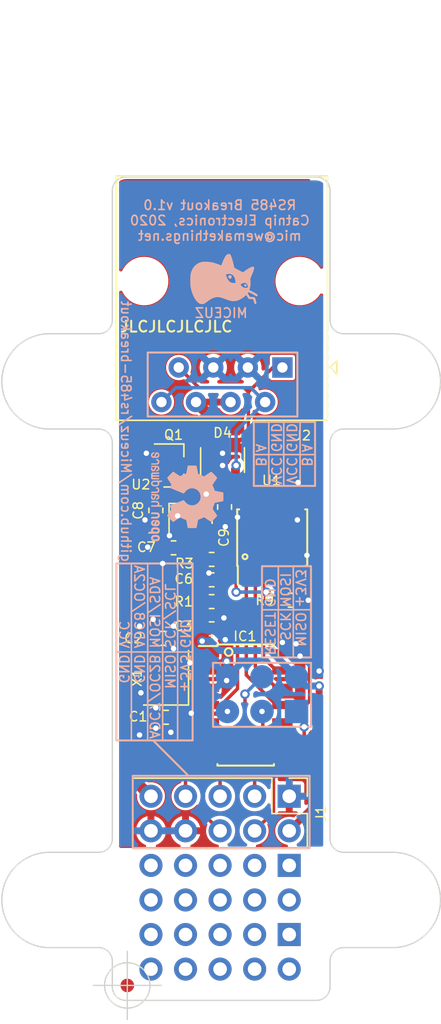
<source format=kicad_pcb>
(kicad_pcb (version 20200628) (host pcbnew "5.99.0-unknown-9a801d8~89~ubuntu20.04.1")
  (title_block (title "RS485 breakout board") (date "2020-03-22") (rev "v1.0") (company "Albertas Mickėnas") (comment 1 "mic@wemakethings.net"))
  (layers (0 "F.Cu" signal) (31 "B.Cu" signal) (34 "B.Paste" user) (35 "F.Paste" user) (36 "B.SilkS" user) (37 "F.SilkS" user) (38 "B.Mask" user) (39 "F.Mask" user) (44 "Edge.Cuts" user))
  (net 0 "")
  (net 1 "Net-(C1-Pad1)")
  (net 2 "GND")
  (net 3 "Net-(C2-Pad1)")
  (net 4 "VCC")
  (net 5 "/RESET")
  (net 6 "+3V3")
  (net 7 "Net-(C8-Pad1)")
  (net 8 "/RS485B")
  (net 9 "/RS485A")
  (net 10 "/RX")
  (net 11 "/TX")
  (net 12 "/ADC8{slash}OC2A")
  (net 13 "/ADC7{slash}OC2B")
  (net 14 "/MOSI{slash}SDA")
  (net 15 "/MISO")
  (net 16 "/SCK{slash}SCL")
  (net 17 "/RS485_DRIVER_ENABLE")
  (net 18 "/~RS485_READER_ENABLE")
  (net 19 "Net-(J3-Pad1)")
  (net 20 "Net-(J3-Pad2)")
  (net 21 "Net-(J3-Pad3)")
  (net 22 "Net-(J3-Pad4)")
  (net 23 "Net-(J3-Pad5)")
  (net 24 "Net-(J3-Pad6)")
  (net 25 "Net-(J3-Pad7)")
  (net 26 "Net-(J3-Pad8)")
  (net 27 "Net-(J3-Pad9)")
  (net 28 "Net-(J3-Pad10)")
  (net 29 "Net-(J4-Pad1)")
  (net 30 "Net-(J4-Pad2)")
  (net 31 "Net-(J4-Pad3)")
  (net 32 "Net-(J4-Pad4)")
  (net 33 "Net-(J4-Pad5)")
  (net 34 "Net-(J4-Pad6)")
  (net 35 "Net-(J4-Pad7)")
  (net 36 "Net-(J4-Pad8)")
  (net 37 "Net-(J4-Pad9)")
  (net 38 "Net-(J4-Pad10)")
  (module "Resistor_SMD:R_0603_1608Metric" (layer "F.Cu") (at 92.8 80.2 180)
    (fp_text reference "R1" (at 2.05 0 180) (layer "F.SilkS") (effects (font (size 0.7 0.7) (thickness 0.11))))
    (fp_text value "10k")
    (pad "2" smd roundrect (at 0.7875 0 180) (size 0.875 0.95) (layers "F.Cu" "F.Paste" "F.Mask") (net 6 "+3V3"))
    (pad "1" smd roundrect (at -0.7875 0 180) (size 0.875 0.95) (layers "F.Cu" "F.Paste" "F.Mask") (net 5 "/RESET"))
  )
  (module "Resistor_SMD:R_0603_1608Metric" (layer "F.Cu") (at 92.8 77.1)
    (fp_text reference "R3" (at -2 0.3) (layer "F.SilkS") (effects (font (size 0.7 0.7) (thickness 0.11))))
    (fp_text value "10k")
    (pad "2" smd roundrect (at 0.7875 0) (size 0.875 0.95) (layers "F.Cu" "F.Paste" "F.Mask") (net 18 "/~RS485_READER_ENABLE"))
    (pad "1" smd roundrect (at -0.7875 0) (size 0.875 0.95) (layers "F.Cu" "F.Paste" "F.Mask") (net 6 "+3V3"))
  )
  (module "Resistor_SMD:R_0603_1608Metric" (layer "F.Cu") (at 98.6 80.1)
    (fp_text reference "R9" (at -1.9 0) (layer "F.SilkS") (effects (font (size 0.7 0.7) (thickness 0.11))))
    (fp_text value "10k")
    (pad "2" smd roundrect (at 0.7875 0) (size 0.875 0.95) (layers "F.Cu" "F.Paste" "F.Mask") (net 2 "GND"))
    (pad "1" smd roundrect (at -0.7875 0) (size 0.875 0.95) (layers "F.Cu" "F.Paste" "F.Mask") (net 17 "/RS485_DRIVER_ENABLE"))
  )
  (module "Capacitor_SMD:C_0603_1608Metric" (layer "F.Cu") (at 89.45 88.7 180)
    (fp_text reference "C1" (at 2.05 0.05 180) (layer "F.SilkS") (effects (font (size 0.7 0.7) (thickness 0.11))))
    (fp_text value "13p")
    (pad "2" smd roundrect (at 0.7875 0 180) (size 0.875 0.95) (layers "F.Cu" "F.Paste" "F.Mask") (net 2 "GND"))
    (pad "1" smd roundrect (at -0.7875 0 180) (size 0.875 0.95) (layers "F.Cu" "F.Paste" "F.Mask") (net 1 "Net-(C1-Pad1)"))
  )
  (module "Capacitor_SMD:C_0603_1608Metric" (layer "F.Cu") (at 89.25 82.9)
    (fp_text reference "C2" (at -2.2 0) (layer "F.SilkS") (effects (font (size 0.7 0.7) (thickness 0.11))))
    (fp_text value "13p")
    (pad "2" smd roundrect (at 0.7875 0) (size 0.875 0.95) (layers "F.Cu" "F.Paste" "F.Mask") (net 2 "GND"))
    (pad "1" smd roundrect (at -0.7875 0) (size 0.875 0.95) (layers "F.Cu" "F.Paste" "F.Mask") (net 3 "Net-(C2-Pad1)"))
  )
  (module "Capacitor_SMD:C_0603_1608Metric" (layer "F.Cu") (at 92.8 82.2)
    (fp_text reference "C3" (at -2.1 -0.2) (layer "F.SilkS") (effects (font (size 0.7 0.7) (thickness 0.11))))
    (fp_text value "1u")
    (pad "2" smd roundrect (at 0.7875 0) (size 0.875 0.95) (layers "F.Cu" "F.Paste" "F.Mask") (net 2 "GND"))
    (pad "1" smd roundrect (at -0.7875 0) (size 0.875 0.95) (layers "F.Cu" "F.Paste" "F.Mask") (net 6 "+3V3"))
  )
  (module "Capacitor_SMD:C_0603_1608Metric" (layer "F.Cu") (at 92.8 78.6 180)
    (fp_text reference "C6" (at 2.05 0.068 180) (layer "F.SilkS") (effects (font (size 0.7 0.7) (thickness 0.11))))
    (fp_text value "1u")
    (pad "2" smd roundrect (at 0.7875 0 180) (size 0.875 0.95) (layers "F.Cu" "F.Paste" "F.Mask") (net 2 "GND"))
    (pad "1" smd roundrect (at -0.7875 0 180) (size 0.875 0.95) (layers "F.Cu" "F.Paste" "F.Mask") (net 5 "/RESET"))
  )
  (module "Capacitor_SMD:C_0603_1608Metric" (layer "F.Cu") (at 90 76.25 180)
    (fp_text reference "C7" (at 2 0.05 180) (layer "F.SilkS") (effects (font (size 0.7 0.7) (thickness 0.11))))
    (fp_text value "1u")
    (pad "2" smd roundrect (at 0.7875 0 180) (size 0.875 0.95) (layers "F.Cu" "F.Paste" "F.Mask") (net 2 "GND"))
    (pad "1" smd roundrect (at -0.7875 0 180) (size 0.875 0.95) (layers "F.Cu" "F.Paste" "F.Mask") (net 6 "+3V3"))
  )
  (module "Capacitor_SMD:C_0603_1608Metric" (layer "F.Cu") (at 88.7 73.5 -90)
    (fp_text reference "C8" (at 0 1.3 -90) (layer "F.SilkS") (effects (font (size 0.7 0.7) (thickness 0.11))))
    (fp_text value "1u")
    (pad "2" smd roundrect (at 0.7875 0 270) (size 0.875 0.95) (layers "F.Cu" "F.Paste" "F.Mask") (net 2 "GND"))
    (pad "1" smd roundrect (at -0.7875 0 270) (size 0.875 0.95) (layers "F.Cu" "F.Paste" "F.Mask") (net 7 "Net-(C8-Pad1)"))
  )
  (module "Capacitor_SMD:C_0603_1608Metric" (layer "F.Cu") (at 93.75 73.25 -90)
    (fp_text reference "C9" (at 2.25 0.05 -90) (layer "F.SilkS") (effects (font (size 0.7 0.7) (thickness 0.11))))
    (fp_text value "1u")
    (pad "2" smd roundrect (at 0.7875 0 270) (size 0.875 0.95) (layers "F.Cu" "F.Paste" "F.Mask") (net 2 "GND"))
    (pad "1" smd roundrect (at -0.7875 0 270) (size 0.875 0.95) (layers "F.Cu" "F.Paste" "F.Mask") (net 6 "+3V3"))
  )
  (module "Fiducials:Fiducial_1mm_Dia_2mm_Outer" (layer "F.Cu") (at 100 50.4)
    (fp_text reference "FID2" hide)
    (fp_text value "Fiducial")
    (pad "~" smd circle (at 0 0) (size 1 1) (layers "F.Cu" "F.Mask") (clearance 0.5))
  )
  (module "Fiducials:Fiducial_1mm_Dia_2mm_Outer" (layer "F.Cu") (at 86.6 108.4)
    (fp_text reference "FID1" hide)
    (fp_text value "Fiducial")
    (pad "~" smd circle (at 0 0) (size 1 1) (layers "F.Cu" "F.Mask") (clearance 0.5))
  )
  (module "miceuz-lib:mousebites-11" (layer "F.Cu") (at 101.5 60.5)
    (fp_text reference "REF**" hide)
    (fp_text value "mousebites-11" hide)
    (pad "" np_thru_hole circle (at 0 0) (size 0.4 0.4) (drill 0.4) (layers *.Cu *.Mask))
    (pad "" np_thru_hole circle (at 0 0.7) (size 0.4 0.4) (drill 0.4) (layers *.Cu *.Mask))
    (pad "" np_thru_hole circle (at 0 1.4) (size 0.4 0.4) (drill 0.4) (layers *.Cu *.Mask))
    (pad "" np_thru_hole circle (at 0 2.1) (size 0.4 0.4) (drill 0.4) (layers *.Cu *.Mask))
    (pad "" np_thru_hole circle (at 0 2.8) (size 0.4 0.4) (drill 0.4) (layers *.Cu *.Mask))
    (pad "" np_thru_hole circle (at 0 3.5) (size 0.4 0.4) (drill 0.4) (layers *.Cu *.Mask))
    (pad "" np_thru_hole circle (at 0 4.2) (size 0.4 0.4) (drill 0.4) (layers *.Cu *.Mask))
    (pad "" np_thru_hole circle (at 0 4.9) (size 0.4 0.4) (drill 0.4) (layers *.Cu *.Mask))
    (pad "" np_thru_hole circle (at 0 5.6) (size 0.4 0.4) (drill 0.4) (layers *.Cu *.Mask))
    (pad "" np_thru_hole circle (at 0 6.3) (size 0.4 0.4) (drill 0.4) (layers *.Cu *.Mask))
    (pad "" np_thru_hole circle (at 0 7) (size 0.4 0.4) (drill 0.4) (layers *.Cu *.Mask))
  )
  (module "miceuz-lib:mousebites-11" (layer "F.Cu") (at 85.5 60.5)
    (fp_text reference "REF**" hide)
    (fp_text value "mousebites-11" hide)
    (pad "" np_thru_hole circle (at 0 7) (size 0.4 0.4) (drill 0.4) (layers *.Cu *.Mask))
    (pad "" np_thru_hole circle (at 0 6.3) (size 0.4 0.4) (drill 0.4) (layers *.Cu *.Mask))
    (pad "" np_thru_hole circle (at 0 5.6) (size 0.4 0.4) (drill 0.4) (layers *.Cu *.Mask))
    (pad "" np_thru_hole circle (at 0 4.9) (size 0.4 0.4) (drill 0.4) (layers *.Cu *.Mask))
    (pad "" np_thru_hole circle (at 0 4.2) (size 0.4 0.4) (drill 0.4) (layers *.Cu *.Mask))
    (pad "" np_thru_hole circle (at 0 3.5) (size 0.4 0.4) (drill 0.4) (layers *.Cu *.Mask))
    (pad "" np_thru_hole circle (at 0 2.8) (size 0.4 0.4) (drill 0.4) (layers *.Cu *.Mask))
    (pad "" np_thru_hole circle (at 0 2.1) (size 0.4 0.4) (drill 0.4) (layers *.Cu *.Mask))
    (pad "" np_thru_hole circle (at 0 1.4) (size 0.4 0.4) (drill 0.4) (layers *.Cu *.Mask))
    (pad "" np_thru_hole circle (at 0 0.7) (size 0.4 0.4) (drill 0.4) (layers *.Cu *.Mask))
    (pad "" np_thru_hole circle (at 0 0) (size 0.4 0.4) (drill 0.4) (layers *.Cu *.Mask))
  )
  (module "miceuz-lib:mousebites-11" (layer "F.Cu") (at 85.5 98.6)
    (fp_text reference "REF**" hide)
    (fp_text value "mousebites-11" hide)
    (pad "" np_thru_hole circle (at 0 0) (size 0.4 0.4) (drill 0.4) (layers *.Cu *.Mask))
    (pad "" np_thru_hole circle (at 0 0.7) (size 0.4 0.4) (drill 0.4) (layers *.Cu *.Mask))
    (pad "" np_thru_hole circle (at 0 1.4) (size 0.4 0.4) (drill 0.4) (layers *.Cu *.Mask))
    (pad "" np_thru_hole circle (at 0 2.1) (size 0.4 0.4) (drill 0.4) (layers *.Cu *.Mask))
    (pad "" np_thru_hole circle (at 0 2.8) (size 0.4 0.4) (drill 0.4) (layers *.Cu *.Mask))
    (pad "" np_thru_hole circle (at 0 3.5) (size 0.4 0.4) (drill 0.4) (layers *.Cu *.Mask))
    (pad "" np_thru_hole circle (at 0 4.2) (size 0.4 0.4) (drill 0.4) (layers *.Cu *.Mask))
    (pad "" np_thru_hole circle (at 0 4.9) (size 0.4 0.4) (drill 0.4) (layers *.Cu *.Mask))
    (pad "" np_thru_hole circle (at 0 5.6) (size 0.4 0.4) (drill 0.4) (layers *.Cu *.Mask))
    (pad "" np_thru_hole circle (at 0 6.3) (size 0.4 0.4) (drill 0.4) (layers *.Cu *.Mask))
    (pad "" np_thru_hole circle (at 0 7) (size 0.4 0.4) (drill 0.4) (layers *.Cu *.Mask))
  )
  (module "miceuz-lib:mousebites-11" (layer "F.Cu") (at 101.5 98.6)
    (fp_text reference "REF**" hide)
    (fp_text value "mousebites-11" hide)
    (pad "" np_thru_hole circle (at 0 7) (size 0.4 0.4) (drill 0.4) (layers *.Cu *.Mask))
    (pad "" np_thru_hole circle (at 0 6.3) (size 0.4 0.4) (drill 0.4) (layers *.Cu *.Mask))
    (pad "" np_thru_hole circle (at 0 5.6) (size 0.4 0.4) (drill 0.4) (layers *.Cu *.Mask))
    (pad "" np_thru_hole circle (at 0 4.9) (size 0.4 0.4) (drill 0.4) (layers *.Cu *.Mask))
    (pad "" np_thru_hole circle (at 0 4.2) (size 0.4 0.4) (drill 0.4) (layers *.Cu *.Mask))
    (pad "" np_thru_hole circle (at 0 3.5) (size 0.4 0.4) (drill 0.4) (layers *.Cu *.Mask))
    (pad "" np_thru_hole circle (at 0 2.8) (size 0.4 0.4) (drill 0.4) (layers *.Cu *.Mask))
    (pad "" np_thru_hole circle (at 0 2.1) (size 0.4 0.4) (drill 0.4) (layers *.Cu *.Mask))
    (pad "" np_thru_hole circle (at 0 1.4) (size 0.4 0.4) (drill 0.4) (layers *.Cu *.Mask))
    (pad "" np_thru_hole circle (at 0 0.7) (size 0.4 0.4) (drill 0.4) (layers *.Cu *.Mask))
    (pad "" np_thru_hole circle (at 0 0) (size 0.4 0.4) (drill 0.4) (layers *.Cu *.Mask))
  )
  (module "Pin_Headers:Pin_Header_Straight_2x05_Pitch2.54mm" (layer "F.Cu") (at 98.5 104.66 -90)
    (fp_text reference "J4" hide)
    (fp_text value "Conn_01x08" hide)
    (pad "1" thru_hole rect (at 0 0 270) (size 1.7 1.7) (drill 1) (layers *.Cu *.Mask) (net 29 "Net-(J4-Pad1)"))
    (pad "2" thru_hole oval (at 2.54 0 270) (size 1.7 1.7) (drill 1) (layers *.Cu *.Mask) (net 30 "Net-(J4-Pad2)"))
    (pad "3" thru_hole oval (at 0 2.54 270) (size 1.7 1.7) (drill 1) (layers *.Cu *.Mask) (net 31 "Net-(J4-Pad3)"))
    (pad "4" thru_hole oval (at 2.54 2.54 270) (size 1.7 1.7) (drill 1) (layers *.Cu *.Mask) (net 32 "Net-(J4-Pad4)"))
    (pad "5" thru_hole oval (at 0 5.08 270) (size 1.7 1.7) (drill 1) (layers *.Cu *.Mask) (net 33 "Net-(J4-Pad5)"))
    (pad "6" thru_hole oval (at 2.54 5.08 270) (size 1.7 1.7) (drill 1) (layers *.Cu *.Mask) (net 34 "Net-(J4-Pad6)"))
    (pad "7" thru_hole oval (at 0 7.62 270) (size 1.7 1.7) (drill 1) (layers *.Cu *.Mask) (net 35 "Net-(J4-Pad7)"))
    (pad "8" thru_hole oval (at 2.54 7.62 270) (size 1.7 1.7) (drill 1) (layers *.Cu *.Mask) (net 36 "Net-(J4-Pad8)"))
    (pad "9" thru_hole oval (at 0 10.16 270) (size 1.7 1.7) (drill 1) (layers *.Cu *.Mask) (net 37 "Net-(J4-Pad9)"))
    (pad "10" thru_hole oval (at 2.54 10.16 270) (size 1.7 1.7) (drill 1) (layers *.Cu *.Mask) (net 38 "Net-(J4-Pad10)"))
  )
  (module "Pin_Headers:Pin_Header_Straight_2x05_Pitch2.54mm" (layer "F.Cu") (at 98.5 99.58 -90)
    (fp_text reference "J3" hide)
    (fp_text value "Conn_01x08" hide)
    (pad "1" thru_hole rect (at 0 0 270) (size 1.7 1.7) (drill 1) (layers *.Cu *.Mask) (net 19 "Net-(J3-Pad1)"))
    (pad "2" thru_hole oval (at 2.54 0 270) (size 1.7 1.7) (drill 1) (layers *.Cu *.Mask) (net 20 "Net-(J3-Pad2)"))
    (pad "3" thru_hole oval (at 0 2.54 270) (size 1.7 1.7) (drill 1) (layers *.Cu *.Mask) (net 21 "Net-(J3-Pad3)"))
    (pad "4" thru_hole oval (at 2.54 2.54 270) (size 1.7 1.7) (drill 1) (layers *.Cu *.Mask) (net 22 "Net-(J3-Pad4)"))
    (pad "5" thru_hole oval (at 0 5.08 270) (size 1.7 1.7) (drill 1) (layers *.Cu *.Mask) (net 23 "Net-(J3-Pad5)"))
    (pad "6" thru_hole oval (at 2.54 5.08 270) (size 1.7 1.7) (drill 1) (layers *.Cu *.Mask) (net 24 "Net-(J3-Pad6)"))
    (pad "7" thru_hole oval (at 0 7.62 270) (size 1.7 1.7) (drill 1) (layers *.Cu *.Mask) (net 25 "Net-(J3-Pad7)"))
    (pad "8" thru_hole oval (at 2.54 7.62 270) (size 1.7 1.7) (drill 1) (layers *.Cu *.Mask) (net 26 "Net-(J3-Pad8)"))
    (pad "9" thru_hole oval (at 0 10.16 270) (size 1.7 1.7) (drill 1) (layers *.Cu *.Mask) (net 27 "Net-(J3-Pad9)"))
    (pad "10" thru_hole oval (at 2.54 10.16 270) (size 1.7 1.7) (drill 1) (layers *.Cu *.Mask) (net 28 "Net-(J3-Pad10)"))
  )
  (module "Symbols:OSHW-Logo2_7.3x6mm_SilkScreen" (layer "B.Cu") (at 90.9 72.5 90)
    (fp_text reference "REF***" hide)
    (fp_text value "OSHW-Logo2_7.3x6mm_SilkScreen" hide)
  )
  (module "miceuz-lib:catnip" (layer "B.Cu") (at 93.7 56.5 180)
    (fp_text reference "G***" hide)
    (fp_text value "LOGO" hide)
  )
  (module "Mounting_Holes:MountingHole_3.2mm_M3" (layer "F.Cu") (at 80.72 102.12)
    (fp_text reference "H4" hide)
    (fp_text value "MountingHole" hide)
    (pad "1" np_thru_hole circle (at 0 0) (size 3.2 3.2) (drill 3.2) (layers *.Cu *.Mask))
  )
  (module "Mounting_Holes:MountingHole_3.2mm_M3" (layer "F.Cu") (at 106.12 102.12)
    (fp_text reference "H3" hide)
    (fp_text value "MountingHole" hide)
    (pad "1" np_thru_hole circle (at 0 0) (size 3.2 3.2) (drill 3.2) (layers *.Cu *.Mask))
  )
  (module "Mounting_Holes:MountingHole_3.2mm_M3" (layer "F.Cu") (at 106.12 64.02)
    (fp_text reference "H2" hide)
    (fp_text value "MountingHole" hide)
    (pad "1" np_thru_hole circle (at 0 0) (size 3.2 3.2) (drill 3.2) (layers *.Cu *.Mask))
  )
  (module "Mounting_Holes:MountingHole_3.2mm_M3" (layer "F.Cu") (at 80.72 64.02)
    (fp_text reference "H1" hide)
    (fp_text value "MountingHole" hide)
    (pad "1" np_thru_hole circle (at 0 0) (size 3.2 3.2) (drill 3.2) (layers *.Cu *.Mask))
  )
  (module "Pin_Headers:Pin_Header_Straight_2x05_Pitch2.54mm" (layer "F.Cu") (at 98.5 94.5 -90)
    (fp_text reference "J1" (at 1.27 -2.33 90) (layer "F.SilkS") (effects (font (size 0.7 0.7) (thickness 0.11))))
    (fp_text value "Conn_01x08" hide)
    (pad "1" thru_hole rect (at 0 0 270) (size 1.7 1.7) (drill 1) (layers *.Cu *.Mask) (net 2 "GND"))
    (pad "2" thru_hole oval (at 2.54 0 270) (size 1.7 1.7) (drill 1) (layers *.Cu *.Mask) (net 6 "+3V3"))
    (pad "3" thru_hole oval (at 0 2.54 270) (size 1.7 1.7) (drill 1) (layers *.Cu *.Mask) (net 16 "/SCK{slash}SCL"))
    (pad "4" thru_hole oval (at 2.54 2.54 270) (size 1.7 1.7) (drill 1) (layers *.Cu *.Mask) (net 15 "/MISO"))
    (pad "5" thru_hole oval (at 0 5.08 270) (size 1.7 1.7) (drill 1) (layers *.Cu *.Mask) (net 14 "/MOSI{slash}SDA"))
    (pad "6" thru_hole oval (at 2.54 5.08 270) (size 1.7 1.7) (drill 1) (layers *.Cu *.Mask) (net 13 "/ADC7{slash}OC2B"))
    (pad "7" thru_hole oval (at 0 7.62 270) (size 1.7 1.7) (drill 1) (layers *.Cu *.Mask) (net 12 "/ADC8{slash}OC2A"))
    (pad "8" thru_hole oval (at 2.54 7.62 270) (size 1.7 1.7) (drill 1) (layers *.Cu *.Mask) (net 2 "GND"))
    (pad "9" thru_hole oval (at 0 10.16 270) (size 1.7 1.7) (drill 1) (layers *.Cu *.Mask) (net 4 "VCC"))
    (pad "10" thru_hole oval (at 2.54 10.16 270) (size 1.7 1.7) (drill 1) (layers *.Cu *.Mask) (net 2 "GND"))
  )
  (module "Connector_RJ:RJ45_Amphenol_54602-x08_Horizontal" (layer "F.Cu") (at 98 63 180)
    (fp_text reference "J2" (at -1.5 -5) (layer "F.SilkS") (effects (font (size 0.7 0.7) (thickness 0.11))))
    (fp_text value "RJ45")
    (pad "8" thru_hole circle (at 8.89 -2.54 180) (size 1.5 1.5) (drill 0.76) (layers *.Cu *.Mask) (net 8 "/RS485B"))
    (pad "7" thru_hole circle (at 7.62 0 180) (size 1.5 1.5) (drill 0.76) (layers *.Cu *.Mask) (net 9 "/RS485A"))
    (pad "6" thru_hole circle (at 6.35 -2.54 180) (size 1.5 1.5) (drill 0.76) (layers *.Cu *.Mask) (net 4 "VCC"))
    (pad "5" thru_hole circle (at 5.08 0 180) (size 1.5 1.5) (drill 0.76) (layers *.Cu *.Mask) (net 2 "GND"))
    (pad "4" thru_hole circle (at 3.81 -2.54 180) (size 1.5 1.5) (drill 0.76) (layers *.Cu *.Mask) (net 4 "VCC"))
    (pad "3" thru_hole circle (at 2.54 0 180) (size 1.5 1.5) (drill 0.76) (layers *.Cu *.Mask) (net 2 "GND"))
    (pad "2" thru_hole circle (at 1.27 -2.54 180) (size 1.5 1.5) (drill 0.76) (layers *.Cu *.Mask) (net 8 "/RS485B"))
    (pad "1" thru_hole rect (at 0 0 180) (size 1.5 1.5) (drill 0.76) (layers *.Cu *.Mask) (net 9 "/RS485A"))
    (pad "" np_thru_hole circle (at -1.27 6.35 180) (size 3.2 3.2) (drill 3.2) (layers *.Cu *.Mask))
    (pad "" np_thru_hole circle (at 10.16 6.35 180) (size 3.2 3.2) (drill 3.2) (layers *.Cu *.Mask))
  )
  (module "Package_TO_SOT_SMD:SOT-23-5" (layer "F.Cu") (at 93.6 69.8 90)
    (fp_text reference "D4" (at 2 0 180) (layer "F.SilkS") (effects (font (size 0.7 0.7) (thickness 0.11))))
    (fp_text value "NUP4004M5T1G")
    (pad "5" smd rect (at 1.1 -0.95 90) (size 1.06 0.65) (layers "F.Cu" "F.Paste" "F.Mask") (net 4 "VCC"))
    (pad "4" smd rect (at 1.1 0.95 90) (size 1.06 0.65) (layers "F.Cu" "F.Paste" "F.Mask") (net 9 "/RS485A"))
    (pad "3" smd rect (at -1.1 0.95 90) (size 1.06 0.65) (layers "F.Cu" "F.Paste" "F.Mask") (net 8 "/RS485B"))
    (pad "2" smd rect (at -1.1 0 90) (size 1.06 0.65) (layers "F.Cu" "F.Paste" "F.Mask") (net 2 "GND"))
    (pad "1" smd rect (at -1.1 -0.95 90) (size 1.06 0.65) (layers "F.Cu" "F.Paste" "F.Mask") (net 4 "VCC"))
  )
  (module "Package_TO_SOT_SMD:SOT-23" (layer "F.Cu") (at 91.25 73.75 90)
    (fp_text reference "U2" (at 2.15 -3.65 180) (layer "F.SilkS") (effects (font (size 0.7 0.7) (thickness 0.11))))
    (fp_text value "MCP1702")
    (pad "3" smd rect (at 1 0 90) (size 0.9 0.8) (layers "F.Cu" "F.Paste" "F.Mask") (net 7 "Net-(C8-Pad1)"))
    (pad "2" smd rect (at -1 0.95 90) (size 0.9 0.8) (layers "F.Cu" "F.Paste" "F.Mask") (net 6 "+3V3"))
    (pad "1" smd rect (at -1 -0.95 90) (size 0.9 0.8) (layers "F.Cu" "F.Paste" "F.Mask") (net 2 "GND"))
  )
  (module "Package_TO_SOT_SMD:SOT-23" (layer "F.Cu") (at 90 70.2)
    (fp_text reference "Q1" (at 0 -2.25) (layer "F.SilkS") (effects (font (size 0.7 0.7) (thickness 0.11))))
    (fp_text value "Q_PMOS_GSD" hide)
    (pad "3" smd rect (at 1 0) (size 0.9 0.8) (layers "F.Cu" "F.Paste" "F.Mask") (net 4 "VCC"))
    (pad "2" smd rect (at -1 0.95) (size 0.9 0.8) (layers "F.Cu" "F.Paste" "F.Mask") (net 7 "Net-(C8-Pad1)"))
    (pad "1" smd rect (at -1 -0.95) (size 0.9 0.8) (layers "F.Cu" "F.Paste" "F.Mask") (net 2 "GND"))
  )
  (module "Crystals:Crystal_SMD_3225-4pin_3.2x2.5mm" (layer "F.Cu") (at 89.45 85.8 90)
    (fp_text reference "X1" (at 0 -2.15 90) (layer "F.SilkS") (effects (font (size 0.7 0.7) (thickness 0.11))))
    (fp_text value "16MHz")
    (pad "1" smd rect (at -1.1 0.85 90) (size 1.4 1.2) (layers "F.Cu" "F.Paste" "F.Mask") (net 1 "Net-(C1-Pad1)"))
    (pad "2" smd rect (at 1.1 0.85 90) (size 1.4 1.2) (layers "F.Cu" "F.Paste" "F.Mask") (net 2 "GND"))
    (pad "3" smd rect (at 1.1 -0.85 90) (size 1.4 1.2) (layers "F.Cu" "F.Paste" "F.Mask") (net 3 "Net-(C2-Pad1)"))
    (pad "4" smd rect (at -1.1 -0.85 90) (size 1.4 1.2) (layers "F.Cu" "F.Paste" "F.Mask") (net 2 "GND"))
  )
  (module "Housings_SOIC:SOIC-14_3.9x8.7mm_Pitch1.27mm" (layer "F.Cu") (at 95.3 87.8)
    (fp_text reference "IC1" (at -0.05 -5.05) (layer "F.SilkS") (effects (font (size 0.7 0.7) (thickness 0.11))))
    (fp_text value "ATTINY441-SSU")
    (pad "1" smd rect (at -2.7 -3.81) (size 1.5 0.6) (layers "F.Cu" "F.Paste" "F.Mask") (net 6 "+3V3"))
    (pad "2" smd rect (at -2.7 -2.54) (size 1.5 0.6) (layers "F.Cu" "F.Paste" "F.Mask") (net 3 "Net-(C2-Pad1)"))
    (pad "3" smd rect (at -2.7 -1.27) (size 1.5 0.6) (layers "F.Cu" "F.Paste" "F.Mask") (net 1 "Net-(C1-Pad1)"))
    (pad "4" smd rect (at -2.7 0) (size 1.5 0.6) (layers "F.Cu" "F.Paste" "F.Mask") (net 5 "/RESET"))
    (pad "5" smd rect (at -2.7 1.27) (size 1.5 0.6) (layers "F.Cu" "F.Paste" "F.Mask") (net 12 "/ADC8{slash}OC2A"))
    (pad "6" smd rect (at -2.7 2.54) (size 1.5 0.6) (layers "F.Cu" "F.Paste" "F.Mask") (net 13 "/ADC7{slash}OC2B"))
    (pad "7" smd rect (at -2.7 3.81) (size 1.5 0.6) (layers "F.Cu" "F.Paste" "F.Mask") (net 14 "/MOSI{slash}SDA"))
    (pad "8" smd rect (at 2.7 3.81) (size 1.5 0.6) (layers "F.Cu" "F.Paste" "F.Mask") (net 15 "/MISO"))
    (pad "9" smd rect (at 2.7 2.54) (size 1.5 0.6) (layers "F.Cu" "F.Paste" "F.Mask") (net 16 "/SCK{slash}SCL"))
    (pad "10" smd rect (at 2.7 1.27) (size 1.5 0.6) (layers "F.Cu" "F.Paste" "F.Mask") (net 17 "/RS485_DRIVER_ENABLE"))
    (pad "11" smd rect (at 2.7 0) (size 1.5 0.6) (layers "F.Cu" "F.Paste" "F.Mask") (net 10 "/RX"))
    (pad "12" smd rect (at 2.7 -1.27) (size 1.5 0.6) (layers "F.Cu" "F.Paste" "F.Mask") (net 11 "/TX"))
    (pad "13" smd rect (at 2.7 -2.54) (size 1.5 0.6) (layers "F.Cu" "F.Paste" "F.Mask") (net 18 "/~RS485_READER_ENABLE"))
    (pad "14" smd rect (at 2.7 -3.81) (size 1.5 0.6) (layers "F.Cu" "F.Paste" "F.Mask") (net 2 "GND"))
  )
  (module "Housings_SOIC:SOIC-8_3.9x4.9mm_Pitch1.27mm" (layer "F.Cu") (at 97.25 75.5 90)
    (fp_text reference "U1" (at 4.2 -0.05) (layer "F.SilkS") (effects (font (size 0.7 0.7) (thickness 0.11))))
    (fp_text value "SN65HVD72")
    (pad "8" smd rect (at 2.7 -1.905 90) (size 1.55 0.6) (layers "F.Cu" "F.Paste" "F.Mask") (net 6 "+3V3"))
    (pad "7" smd rect (at 2.7 -0.635 90) (size 1.55 0.6) (layers "F.Cu" "F.Paste" "F.Mask") (net 8 "/RS485B"))
    (pad "6" smd rect (at 2.7 0.635 90) (size 1.55 0.6) (layers "F.Cu" "F.Paste" "F.Mask") (net 9 "/RS485A"))
    (pad "5" smd rect (at 2.7 1.905 90) (size 1.55 0.6) (layers "F.Cu" "F.Paste" "F.Mask") (net 2 "GND"))
    (pad "4" smd rect (at -2.7 1.905 90) (size 1.55 0.6) (layers "F.Cu" "F.Paste" "F.Mask") (net 11 "/TX"))
    (pad "3" smd rect (at -2.7 0.635 90) (size 1.55 0.6) (layers "F.Cu" "F.Paste" "F.Mask") (net 17 "/RS485_DRIVER_ENABLE"))
    (pad "2" smd rect (at -2.7 -0.635 90) (size 1.55 0.6) (layers "F.Cu" "F.Paste" "F.Mask") (net 18 "/~RS485_READER_ENABLE"))
    (pad "1" smd rect (at -2.7 -1.905 90) (size 1.55 0.6) (layers "F.Cu" "F.Paste" "F.Mask") (net 10 "/RX"))
  )
  (module "Pin_Headers:Pin_Header_Straight_2x03" (layer "B.Cu") (at 96.5 87 180)
    (fp_text reference "P1" hide)
    (fp_text value "CONN_02X03" hide)
    (pad "1" smd rect (at -2.54 -1.27 180) (size 1.7272 1.7272) (layers "B.Cu" "B.Paste" "B.Mask") (net 15 "/MISO"))
    (pad "2" smd circle (at -2.54 1.27 180) (size 1.7272 1.7272) (layers "B.Cu" "B.Paste" "B.Mask") (net 6 "+3V3"))
    (pad "3" smd circle (at 0 -1.27 180) (size 1.7272 1.7272) (layers "B.Cu" "B.Paste" "B.Mask") (net 16 "/SCK{slash}SCL"))
    (pad "4" smd circle (at 0 1.27 180) (size 1.7272 1.7272) (layers "B.Cu" "B.Paste" "B.Mask") (net 14 "/MOSI{slash}SDA"))
    (pad "5" smd circle (at 2.54 -1.27 180) (size 1.7272 1.7272) (layers "B.Cu" "B.Paste" "B.Mask") (net 5 "/RESET"))
    (pad "6" smd circle (at 2.54 1.27 180) (size 1.7272 1.7272) (layers "B.Cu" "B.Paste" "B.Mask") (net 2 "GND"))
  )
  (gr_text "JLCJLCJLCJLC" (at 90.2 60) (layer "F.SilkS") (effects (font (size 0.8 0.8))))
  (gr_text "github.com/Miceuz/rs485-breakout" (at 86.5 67.7 270) (layer "B.SilkS") (effects (font (size 0.7 0.7) (thickness 0.12)) (justify mirror)))
  (gr_text "MICEUZ" (at 93.5 59) (layer "B.SilkS") (effects (font (size 0.7 0.7) (thickness 0.12)) (justify mirror)))
  (gr_text "RS485 Breakout v1.0\nCatnip Electronics, 2020\nmic@wemakethings.net" (at 93.4 52.2) (layer "B.SilkS") (effects (font (size 0.7 0.7) (thickness 0.12)) (justify mirror)))
  (gr_line (start 88.1 66.6) (end 88.1 61.9) (layer "B.SilkS") (width 0.15))
  (gr_line (start 99.1 66.6) (end 88.1 66.6) (layer "B.SilkS") (width 0.15))
  (gr_line (start 99.1 61.9) (end 99.1 66.6) (layer "B.SilkS") (width 0.15))
  (gr_line (start 88.1 61.9) (end 99.1 61.9) (layer "B.SilkS") (width 0.15))
  (gr_line (start 92.9 89.4) (end 92.9 84.7) (layer "B.SilkS") (width 0.15))
  (gr_line (start 100.1 89.4) (end 92.9 89.4) (layer "B.SilkS") (width 0.15))
  (gr_line (start 100.1 84.7) (end 100.1 89.4) (layer "B.SilkS") (width 0.15))
  (gr_line (start 92.9 84.7) (end 100.1 84.7) (layer "B.SilkS") (width 0.15))
  (gr_line (start 98.8 77.6) (end 98.8 84.3) (layer "B.SilkS") (width 0.12))
  (gr_line (start 97.7 84.3) (end 97.7 77.6) (layer "B.SilkS") (width 0.12))
  (gr_line (start 100.1 80.8) (end 96.5 80.8) (layer "B.SilkS") (width 0.12))
  (gr_line (start 100.1 77.6) (end 96.5 77.6) (layer "B.SilkS") (width 0.15))
  (gr_line (start 100.1 84.3) (end 100.1 77.6) (layer "B.SilkS") (width 0.15))
  (gr_line (start 96.5 84.3) (end 100.1 84.3) (layer "B.SilkS") (width 0.15))
  (gr_line (start 96.5 77.7) (end 96.5 84.3) (layer "B.SilkS") (width 0.15))
  (gr_text "MISO\nSCK\nRESET\n" (at 98.2 80.9 270) (layer "B.SilkS") (effects (font (size 0.7 0.7) (thickness 0.12)) (justify right mirror)))
  (gr_text "+3V3\nMOSI\nGND" (at 98.2 80.7 270) (layer "B.SilkS") (effects (font (size 0.7 0.7) (thickness 0.12)) (justify left mirror)))
  (gr_line (start 95.9 69.4) (end 100.4 69.4) (layer "B.SilkS") (width 0.12))
  (gr_line (start 97 67) (end 97 71.7) (layer "B.SilkS") (width 0.12))
  (gr_line (start 99.3 67) (end 99.3 71.7) (layer "B.SilkS") (width 0.12))
  (gr_line (start 98.1 67) (end 98.1 71.7) (layer "B.SilkS") (width 0.12))
  (gr_line (start 95.9 71.7) (end 95.9 67) (layer "B.SilkS") (width 0.15))
  (gr_line (start 100.4 71.7) (end 95.9 71.7) (layer "B.SilkS") (width 0.15))
  (gr_line (start 100.4 67) (end 100.4 71.7) (layer "B.SilkS") (width 0.15))
  (gr_line (start 95.9 67) (end 100.4 67) (layer "B.SilkS") (width 0.15))
  (gr_text "B\nVCC\nVCC\nB" (at 98.1 69.5 270) (layer "B.SilkS") (effects (font (size 0.7 0.7) (thickness 0.12)) (justify right mirror)))
  (gr_text "A\nGND\nGND\nA" (at 98.1 69.3 270) (layer "B.SilkS") (effects (font (size 0.7 0.7) (thickness 0.12)) (justify left mirror)))
  (gr_line (start 88.5 90.4) (end 91.1 93) (layer "B.SilkS") (width 0.15))
  (gr_line (start 87 98.3) (end 87 93) (layer "B.SilkS") (width 0.15))
  (gr_line (start 100 98.3) (end 87 98.3) (layer "B.SilkS") (width 0.15))
  (gr_line (start 100 93) (end 100 98.3) (layer "B.SilkS") (width 0.15))
  (gr_line (start 87 93) (end 100 93) (layer "B.SilkS") (width 0.15))
  (gr_line (start 86.9 77.4) (end 86.9 90.4) (layer "B.SilkS") (width 0.12))
  (gr_line (start 88.1 77.4) (end 88.1 90.4) (layer "B.SilkS") (width 0.12))
  (gr_line (start 89.2 90.4) (end 89.2 77.4) (layer "B.SilkS") (width 0.12))
  (gr_line (start 90.3 90.4) (end 90.3 77.5) (layer "B.SilkS") (width 0.12))
  (gr_line (start 91.4 90.4) (end 91.4 83.9) (layer "B.SilkS") (width 0.15))
  (gr_line (start 85.8 90.4) (end 91.4 90.4) (layer "B.SilkS") (width 0.15))
  (gr_line (start 85.8 77.4) (end 85.8 90.4) (layer "B.SilkS") (width 0.15))
  (gr_line (start 91.4 77.4) (end 85.8 77.4) (layer "B.SilkS") (width 0.15))
  (gr_line (start 91.4 83.9) (end 91.4 77.4) (layer "B.SilkS") (width 0.15))
  (gr_line (start 85.8 83.9) (end 91.4 83.9) (layer "B.SilkS") (width 0.12))
  (gr_text "+3V3\nMISO\nADC7/OC2B\nGND\nGND\n" (at 88.6 84 270) (layer "B.SilkS") (effects (font (size 0.7 0.7) (thickness 0.12)) (justify right mirror)))
  (gr_text "GND\nSCK/SCL\nMOSI/SDA\nADC8/OC2A\nVCC" (at 88.6 83.7 270) (layer "B.SilkS") (effects (font (size 0.7 0.7) (thickness 0.12)) (justify left mirror)))
  (gr_line (start 85.5 108.5) (end 85.5 106.62) (layer "Edge.Cuts") (width 0.1))
  (gr_arc (start 80.88 102.12) (end 80.88 98.62) (angle -180) (layer "Edge.Cuts") (width 0.1))
  (gr_line (start 80.88 105.62) (end 84.5 105.62) (layer "Edge.Cuts") (width 0.1))
  (gr_arc (start 84.5 106.62) (end 85.5 106.62) (angle -90) (layer "Edge.Cuts") (width 0.1))
  (gr_line (start 80.88 98.62) (end 84.5 98.62) (layer "Edge.Cuts") (width 0.1))
  (gr_arc (start 84.5 97.62) (end 84.5 98.62) (angle -90) (layer "Edge.Cuts") (width 0.1))
  (gr_line (start 101.5 106.62) (end 101.5 108.5) (layer "Edge.Cuts") (width 0.1))
  (gr_line (start 106.12 98.62) (end 102.5 98.62) (layer "Edge.Cuts") (width 0.1))
  (gr_arc (start 106.12 102.12) (end 106.12 105.62) (angle -180) (layer "Edge.Cuts") (width 0.1))
  (gr_line (start 106.12 105.62) (end 102.5 105.62) (layer "Edge.Cuts") (width 0.1))
  (gr_arc (start 102.5 106.62) (end 102.5 105.62) (angle -90) (layer "Edge.Cuts") (width 0.1))
  (gr_arc (start 102.5 97.62) (end 101.5 97.62) (angle -90) (layer "Edge.Cuts") (width 0.1))
  (gr_line (start 85.5 50) (end 85.5 59.52) (layer "Edge.Cuts") (width 0.1))
  (gr_line (start 80.88 67.52) (end 84.5 67.52) (layer "Edge.Cuts") (width 0.1))
  (gr_arc (start 80.88 64.02) (end 80.88 60.52) (angle -180) (layer "Edge.Cuts") (width 0.1))
  (gr_line (start 80.88 60.52) (end 84.5 60.52) (layer "Edge.Cuts") (width 0.1))
  (gr_arc (start 84.5 59.52) (end 84.5 60.52) (angle -90) (layer "Edge.Cuts") (width 0.1))
  (gr_arc (start 84.5 68.52) (end 85.5 68.52) (angle -90) (layer "Edge.Cuts") (width 0.1))
  (gr_arc (start 102.5 68.52) (end 102.5 67.52) (angle -90) (layer "Edge.Cuts") (width 0.1))
  (gr_arc (start 102.5 59.52) (end 101.5 59.52) (angle -90) (layer "Edge.Cuts") (width 0.1))
  (gr_line (start 101.5 50) (end 101.5 59.52) (layer "Edge.Cuts") (width 0.1))
  (gr_line (start 106.12 67.52) (end 102.5 67.52) (layer "Edge.Cuts") (width 0.1))
  (gr_line (start 106.12 60.52) (end 102.5 60.52) (layer "Edge.Cuts") (width 0.1))
  (gr_arc (start 106.12 64.02) (end 106.12 67.52) (angle -180) (layer "Edge.Cuts") (width 0.1))
  (gr_arc (start 100.5 108.5) (end 100.5 109.5) (angle -90) (layer "Edge.Cuts") (width 0.1))
  (gr_arc (start 86.5 108.5) (end 85.5 108.5) (angle -90) (layer "Edge.Cuts") (width 0.1))
  (gr_arc (start 100.5 50) (end 101.5 50) (angle -90) (layer "Edge.Cuts") (width 0.1))
  (gr_arc (start 86.5 50) (end 86.5 49) (angle -90) (layer "Edge.Cuts") (width 0.1))
  (gr_line (start 86.5 49) (end 100.5 49) (layer "Edge.Cuts") (width 0.1))
  (gr_line (start 86.5 109.5) (end 100.5 109.5) (layer "Edge.Cuts") (width 0.1))
  (gr_line (start 85.5 97.62) (end 85.5 68.52) (layer "Edge.Cuts") (width 0.1))
  (target plus (at 86.6 108.4) (size 5) (width 0.1) (layer "Edge.Cuts"))
  (gr_line (start 101.5 97.62) (end 101.5 68.52) (layer "Edge.Cuts") (width 0.1))
  (segment (start 88.6 84.848642) (end 89.551358 85.8) (width 0.254) (layer "F.Cu") (net 3))
  (segment (start 88.6 84.7) (end 88.6 84.848642) (width 0.254) (layer "F.Cu") (net 3))
  (segment (start 89.551358 85.8) (end 91.2 85.8) (width 0.254) (layer "F.Cu") (net 3))
  (segment (start 91.74 85.26) (end 92.6 85.26) (width 0.254) (layer "F.Cu") (net 3))
  (segment (start 91.2 85.8) (end 91.74 85.26) (width 0.254) (layer "F.Cu") (net 3))
  (segment (start 94.7 81.3) (end 94.7 86.6) (width 0.254) (layer "F.Cu") (net 5))
  (segment (start 93.7 80.3) (end 94.7 81.3) (width 0.254) (layer "F.Cu") (net 5))
  (segment (start 93.5 87.8) (end 92.6 87.8) (width 0.254) (layer "F.Cu") (net 5))
  (segment (start 94.7 86.6) (end 93.5 87.8) (width 0.254) (layer "F.Cu") (net 5))
  (segment (start 97.855 84.545) (end 99.04 85.73) (width 0.508) (layer "B.Cu") (net 6))
  (segment (start 92.1 83.100002) (end 92.700002 83.100002) (width 0.508) (layer "B.Cu") (net 6))
  (via (at 93.90797 84.58181) (size 0.7) (drill 0.4) (layers "F.Cu" "B.Cu") (net 2))
  (segment (start 92.700002 83.100002) (end 93.4 83.8) (width 0.508) (layer "B.Cu") (net 6))
  (segment (start 93.4 83.8) (end 97.11 83.8) (width 0.508) (layer "B.Cu") (net 6))
  (segment (start 97.11 83.8) (end 97.855 84.545) (width 0.508) (layer "B.Cu") (net 6))
  (segment (start 92.6 91.61) (end 93.42 92.43) (width 0.254) (layer "F.Cu") (net 14))
  (segment (start 93.42 92.43) (end 93.42 94.5) (width 0.254) (layer "F.Cu") (net 14))
  (segment (start 92.6 91.61) (end 93.05 91.61) (width 0.254) (layer "F.Cu") (net 14))
  (segment (start 93.05 91.61) (end 95.25 89.41) (width 0.254) (layer "F.Cu") (net 14))
  (segment (start 95.25 89.41) (end 95.25 87) (width 0.254) (layer "F.Cu") (net 14))
  (segment (start 91.4 92.105447) (end 92.2 92.905447) (width 0.254) (layer "F.Cu") (net 13))
  (segment (start 91.4 91.09) (end 91.4 92.105447) (width 0.254) (layer "F.Cu") (net 13))
  (segment (start 92.15 90.34) (end 91.4 91.09) (width 0.254) (layer "F.Cu") (net 13))
  (segment (start 92.6 90.34) (end 92.15 90.34) (width 0.254) (layer "F.Cu") (net 13))
  (segment (start 92.2 92.905447) (end 92.2 95.82) (width 0.254) (layer "F.Cu") (net 13))
  (segment (start 92.2 95.82) (end 93.42 97.04) (width 0.254) (layer "F.Cu") (net 13))
  (via (at 100.7 86.4) (size 0.7) (drill 0.4) (layers "F.Cu" "B.Cu") (net 6))
  (segment (start 100.7 94.84) (end 100.7 86.4) (width 0.508) (layer "F.Cu") (net 6))
  (segment (start 100.7 86.4) (end 99.71 86.4) (width 0.508) (layer "B.Cu") (net 6))
  (segment (start 98.5 97.04) (end 100.7 94.84) (width 0.508) (layer "F.Cu") (net 6))
  (segment (start 99.71 86.4) (end 99.04 85.73) (width 0.508) (layer "B.Cu") (net 6))
  (segment (start 98 91.61) (end 98.45 91.61) (width 0.254) (layer "F.Cu") (net 15))
  (segment (start 98.45 91.61) (end 99.6 90.46) (width 0.254) (layer "F.Cu") (net 15))
  (segment (start 99.6 88.83) (end 99.04 88.27) (width 0.254) (layer "B.Cu") (net 15))
  (via (at 99.6 89.4) (size 0.7) (drill 0.4) (layers "F.Cu" "B.Cu") (net 15))
  (segment (start 99.6 90.46) (end 99.6 89.4) (width 0.254) (layer "F.Cu") (net 15))
  (segment (start 99.6 89.4) (end 99.6 88.83) (width 0.254) (layer "B.Cu") (net 15))
  (segment (start 87.75 67.55) (end 86.4 68.9) (width 0.8) (layer "F.Cu") (net 4))
  (segment (start 92.65 67.55) (end 87.75 67.55) (width 0.8) (layer "F.Cu") (net 4))
  (segment (start 86.4 68.9) (end 86.4 92.6) (width 0.8) (layer "F.Cu") (net 4))
  (segment (start 86.4 92.6) (end 88.3 94.5) (width 0.8) (layer "F.Cu") (net 4))
  (segment (start 92.65 71) (end 92.65 67.55) (width 0.8) (layer "F.Cu") (net 4))
  (segment (start 92.65 67.55) (end 92.65 66.54) (width 0.8) (layer "F.Cu") (net 4))
  (segment (start 94.19 65.54) (end 91.65 65.54) (width 0.508) (layer "F.Cu") (net 4))
  (segment (start 92.65 66.54) (end 91.65 65.54) (width 0.8) (layer "F.Cu") (net 4))
  (segment (start 92.6 89.07) (end 92.15 89.07) (width 0.254) (layer "F.Cu") (net 12))
  (segment (start 92.15 89.07) (end 90.88 90.34) (width 0.254) (layer "F.Cu") (net 12))
  (segment (start 90.88 90.34) (end 90.88 94.5) (width 0.254) (layer "F.Cu") (net 12))
  (segment (start 96.56 90.34) (end 96.56 88.33) (width 0.254) (layer "F.Cu") (net 16))
  (segment (start 96.56 88.33) (end 96.5 88.27) (width 0.254) (layer "F.Cu") (net 16))
  (segment (start 98 90.34) (end 96.56 90.34) (width 0.254) (layer "F.Cu") (net 16))
  (segment (start 96.56 90.34) (end 95.96 90.94) (width 0.254) (layer "F.Cu") (net 16))
  (segment (start 95.96 90.94) (end 95.96 94.5) (width 0.254) (layer "F.Cu") (net 16))
  (segment (start 98 91.61) (end 97.345199 92.264801) (width 0.254) (layer "F.Cu") (net 15))
  (segment (start 97.345199 92.264801) (end 97.345199 95.654801) (width 0.254) (layer "F.Cu") (net 15))
  (segment (start 97.345199 95.654801) (end 95.96 97.04) (width 0.254) (layer "F.Cu") (net 15))
  (segment (start 96.73 65.54) (end 95.675199 64.485199) (width 0.254) (layer "B.Cu") (net 8))
  (segment (start 95.675199 64.485199) (end 90.164801 64.485199) (width 0.254) (layer "B.Cu") (net 8))
  (segment (start 90.164801 64.485199) (end 89.11 65.54) (width 0.254) (layer "B.Cu") (net 8))
  (segment (start 95.5 64.8) (end 95.185199 64.485199) (width 0.254) (layer "F.Cu") (net 9))
  (segment (start 95.185199 64.485199) (end 91.865199 64.485199) (width 0.254) (layer "F.Cu") (net 9))
  (segment (start 91.865199 64.485199) (end 90.38 63) (width 0.254) (layer "F.Cu") (net 9))
  (segment (start 94.6 70.2) (end 94.6 67.67) (width 0.254) (layer "B.Cu") (net 8))
  (segment (start 94.6 67.67) (end 96.73 65.54) (width 0.254) (layer "B.Cu") (net 8))
  (segment (start 95.5 67.75) (end 95.5 64.8) (width 0.254) (layer "F.Cu") (net 9))
  (segment (start 94.55 68.7) (end 95.5 67.75) (width 0.254) (layer "F.Cu") (net 9))
  (segment (start 95.5 64.8) (end 97.3 63) (width 0.254) (layer "F.Cu") (net 9))
  (segment (start 97.3 63) (end 98 63) (width 0.254) (layer "F.Cu") (net 9))
  (segment (start 97.885 72.8) (end 97.885 71.885) (width 0.508) (layer "F.Cu") (net 9))
  (segment (start 97.885 71.885) (end 94.5 68.5) (width 0.508) (layer "F.Cu") (net 9))
  (segment (start 100 87.52) (end 100 82.9) (width 0.254) (layer "F.Cu") (net 17))
  (segment (start 98 89.07) (end 98.45 89.07) (width 0.254) (layer "F.Cu") (net 17))
  (segment (start 98.45 89.07) (end 100 87.52) (width 0.254) (layer "F.Cu") (net 17))
  (segment (start 100 82.9) (end 97.85 80.75) (width 0.254) (layer "F.Cu") (net 17))
  (segment (start 97.85 80.75) (end 97.85 80.1) (width 0.254) (layer "F.Cu") (net 17))
  (segment (start 93.55 80.2) (end 93.55 78.6) (width 0.254) (layer "F.Cu") (net 5))
  (segment (start 93.7 78.75) (end 93.55 78.6) (width 0.508) (layer "F.Cu") (net 5))
  (via (at 91.3 88.4) (size 0.7) (drill 0.4) (layers "F.Cu" "B.Cu") (net 2))
  (via (at 88.5 81.5) (size 0.7) (drill 0.4) (layers "F.Cu" "B.Cu") (net 2))
  (via (at 87.5 82) (size 0.7) (drill 0.4) (layers "F.Cu" "B.Cu") (net 2))
  (via (at 89.8 89.8) (size 0.7) (drill 0.4) (layers "F.Cu" "B.Cu") (net 2))
  (via (at 87.5 90) (size 0.7) (drill 0.4) (layers "F.Cu" "B.Cu") (net 2))
  (segment (start 97.85 80.1) (end 97.85 80.3) (width 0.254) (layer "F.Cu") (net 17))
  (via (at 100.7 85.3) (size 0.7) (drill 0.4) (layers "F.Cu" "B.Cu") (net 2))
  (via (at 99.8 76.8) (size 0.7) (drill 0.4) (layers "F.Cu" "B.Cu") (net 2))
  (via (at 94.7 74) (size 0.7) (drill 0.4) (layers "F.Cu" "B.Cu") (net 2))
  (via (at 99.1 74.2) (size 0.7) (drill 0.4) (layers "F.Cu" "B.Cu") (net 2))
  (via (at 88.7 89.5) (size 0.7) (drill 0.4) (layers "F.Cu" "B.Cu") (net 2))
  (via (at 90 82) (size 0.7) (drill 0.4) (layers "F.Cu" "B.Cu") (net 2))
  (via (at 91.2 84.7) (size 0.7) (drill 0.4) (layers "F.Cu" "B.Cu") (net 2))
  (via (at 87.6 86.9) (size 0.7) (drill 0.4) (layers "F.Cu" "B.Cu") (net 2))
  (via (at 92.4 72.3) (size 0.7) (drill 0.4) (layers "F.Cu" "B.Cu") (net 2))
  (via (at 90.3 73.9) (size 0.7) (drill 0.4) (layers "F.Cu" "B.Cu") (net 2))
  (segment (start 89 71.15) (end 88.7 71.45) (width 0.8) (layer "F.Cu") (net 7))
  (segment (start 88.7 71.45) (end 88.7 72.75) (width 0.8) (layer "F.Cu") (net 7))
  (via (at 88.1 76.2) (size 0.7) (drill 0.4) (layers "F.Cu" "B.Cu") (net 2))
  (via (at 89.2 77.4) (size 0.7) (drill 0.4) (layers "F.Cu" "B.Cu") (net 2))
  (via (at 87.9 74.2) (size 0.7) (drill 0.4) (layers "F.Cu" "B.Cu") (net 2))
  (via (at 93.6 69.3) (size 0.7) (drill 0.4) (layers "F.Cu" "B.Cu") (net 2))
  (via (at 88 69.3) (size 0.7) (drill 0.4) (layers "F.Cu" "B.Cu") (net 2))
  (segment (start 92.65 70.9) (end 91.7 70.9) (width 0.8) (layer "F.Cu") (net 4))
  (segment (start 91.7 70.9) (end 91 70.2) (width 0.8) (layer "F.Cu") (net 4))
  (segment (start 88.7 72.75) (end 91.25 72.75) (width 0.8) (layer "F.Cu") (net 7))
  (segment (start 96.615 84.325) (end 96.615 84) (width 0.254) (layer "F.Cu") (net 18))
  (segment (start 97.55 85.26) (end 96.615 84.325) (width 0.254) (layer "F.Cu") (net 18))
  (segment (start 98 85.26) (end 97.55 85.26) (width 0.254) (layer "F.Cu") (net 18))
  (segment (start 96.615 84) (end 96.615 78.2) (width 0.254) (layer "F.Cu") (net 18))
  (via (at 96.8 79.5) (size 0.7) (drill 0.4) (layers "F.Cu" "B.Cu") (net 18))
  (segment (start 96.615 79.315) (end 96.8 79.5) (width 0.254) (layer "F.Cu") (net 18))
  (segment (start 96.615 78.2) (end 96.615 79.315) (width 0.254) (layer "F.Cu") (net 18))
  (via (at 94.6 79.5) (size 0.7) (drill 0.4) (layers "F.Cu" "B.Cu") (net 18))
  (segment (start 96.8 79.5) (end 94.6 79.5) (width 0.254) (layer "B.Cu") (net 18))
  (segment (start 94.054 77.1) (end 93.55 77.1) (width 0.254) (layer "F.Cu") (net 18))
  (segment (start 94.6 77.646) (end 94.054 77.1) (width 0.254) (layer "F.Cu") (net 18))
  (segment (start 94.6 79.5) (end 94.6 77.646) (width 0.254) (layer "F.Cu") (net 18))
  (segment (start 97.55 86.53) (end 98 86.53) (width 0.254) (layer "F.Cu") (net 11))
  (segment (start 96.010199 84.990199) (end 97.55 86.53) (width 0.254) (layer "F.Cu") (net 11))
  (segment (start 96.010199 77.181159) (end 96.010199 84.990199) (width 0.254) (layer "F.Cu") (net 11))
  (segment (start 96.441358 76.75) (end 96.010199 77.181159) (width 0.254) (layer "F.Cu") (net 11))
  (segment (start 98.18 76.75) (end 96.441358 76.75) (width 0.254) (layer "F.Cu") (net 11))
  (segment (start 99.155 77.725) (end 98.18 76.75) (width 0.254) (layer "F.Cu") (net 11))
  (segment (start 99.155 78.2) (end 99.155 77.725) (width 0.254) (layer "F.Cu") (net 11))
  (segment (start 95.345 78.675) (end 95.25 78.77) (width 0.254) (layer "F.Cu") (net 10))
  (segment (start 95.345 78.2) (end 95.345 78.675) (width 0.254) (layer "F.Cu") (net 10))
  (segment (start 95.345 85.405) (end 95.345 78.2) (width 0.254) (layer "F.Cu") (net 10))
  (segment (start 95.345 85.595) (end 95.345 85.405) (width 0.254) (layer "F.Cu") (net 10))
  (segment (start 97.55 87.8) (end 95.345 85.595) (width 0.254) (layer "F.Cu") (net 10))
  (segment (start 98 87.8) (end 97.55 87.8) (width 0.254) (layer "F.Cu") (net 10))
  (via (at 96.5 88.27) (size 0.7) (drill 0.4) (layers "F.Cu" "B.Cu") (net 16))
  (segment (start 98 90.34) (end 97.55 90.34) (width 0.254) (layer "F.Cu") (net 16))
  (segment (start 97.885 80.065) (end 97.85 80.1) (width 0.254) (layer "F.Cu") (net 17))
  (segment (start 97.885 78.2) (end 97.885 80.065) (width 0.254) (layer "F.Cu") (net 17))
  (segment (start 97.885 72.8) (end 97.885 72.325) (width 0.254) (layer "F.Cu") (net 9))
  (segment (start 96.615 72.8) (end 96.615 72.325) (width 0.254) (layer "F.Cu") (net 8))
  (segment (start 96.615 72.232) (end 96.615 72.8) (width 0.508) (layer "F.Cu") (net 8))
  (segment (start 95.383 71) (end 96.615 72.232) (width 0.508) (layer "F.Cu") (net 8))
  (segment (start 94.55 71) (end 95.383 71) (width 0.508) (layer "F.Cu") (net 8))
  (via (at 94.6 70.2) (size 0.7) (drill 0.4) (layers "F.Cu" "B.Cu") (net 8))
  (segment (start 94.55 70.25) (end 94.6 70.2) (width 0.254) (layer "F.Cu") (net 8))
  (segment (start 94.55 71) (end 94.55 70.25) (width 0.254) (layer "F.Cu") (net 8))
  (via (at 95.25 87) (size 0.7) (drill 0.4) (layers "F.Cu" "B.Cu") (net 14))
  (segment (start 95.25 86.98) (end 96.5 85.73) (width 0.254) (layer "B.Cu") (net 14))
  (segment (start 95.25 87) (end 95.25 86.98) (width 0.254) (layer "B.Cu") (net 14))
  (segment (start 97.61 91.61) (end 98 91.61) (width 0.254) (layer "F.Cu") (net 15))
  (segment (start 92.2 80.3) (end 92.2 81.3) (width 1.27) (layer "F.Cu") (net 6))
  (segment (start 92.15 81.35) (end 92.2 81.3) (width 1.27) (layer "F.Cu") (net 6))
  (segment (start 92.15 82.2) (end 92.15 81.35) (width 1.27) (layer "F.Cu") (net 6))
  (segment (start 93.75 72.525) (end 93.75 72.5) (width 0.508) (layer "F.Cu") (net 6))
  (segment (start 91.511958 80.3) (end 92.2 80.3) (width 1.27) (layer "F.Cu") (net 6))
  (segment (start 90.75 79.538042) (end 91.511958 80.3) (width 1.27) (layer "F.Cu") (net 6))
  (segment (start 93.74924 72.50076) (end 93.75 72.5) (width 0.508) (layer "F.Cu") (net 6))
  (segment (start 92.2 75.113902) (end 92.2 74.75076) (width 1.27) (layer "F.Cu") (net 6))
  (segment (start 91.063902 76.25) (end 92.2 75.113902) (width 1.27) (layer "F.Cu") (net 6))
  (segment (start 90.75 76.25) (end 91.063902 76.25) (width 1.27) (layer "F.Cu") (net 6))
  (segment (start 92.2 74.05) (end 92.2 74.75076) (width 0.508) (layer "F.Cu") (net 6))
  (segment (start 93.75 72.5) (end 92.2 74.05) (width 0.508) (layer "F.Cu") (net 6))
  (segment (start 95.045 72.5) (end 95.345 72.8) (width 0.508) (layer "F.Cu") (net 6))
  (segment (start 93.75 72.5) (end 95.045 72.5) (width 0.508) (layer "F.Cu") (net 6))
  (segment (start 90.75 77.1) (end 90.75 76.25) (width 1.27) (layer "F.Cu") (net 6))
  (segment (start 92.05 77.1) (end 90.75 77.1) (width 0.508) (layer "F.Cu") (net 6))
  (segment (start 90.75 79.538042) (end 90.75 77.1) (width 1.27) (layer "F.Cu") (net 6))
  (via (at 92.1 83.100002) (size 0.7) (drill 0.4) (layers "F.Cu" "B.Cu") (net 6))
  (segment (start 92.15 82.2) (end 92.1 82.25) (width 1.27) (layer "F.Cu") (net 6))
  (segment (start 92.6 83.600002) (end 92.449999 83.450001) (width 1.27) (layer "F.Cu") (net 6))
  (segment (start 92.449999 83.450001) (end 92.1 83.100002) (width 1.27) (layer "F.Cu") (net 6))
  (segment (start 92.6 83.99) (end 92.6 83.600002) (width 1.27) (layer "F.Cu") (net 6))
  (segment (start 92.1 82.25) (end 92.1 82.605028) (width 1.27) (layer "F.Cu") (net 6))
  (segment (start 92.1 82.605028) (end 92.1 83.100002) (width 1.27) (layer "F.Cu") (net 6))
  (via (at 93.96 88.27) (size 0.7) (drill 0.4) (layers "F.Cu" "B.Cu") (net 5))
  (segment (start 93.49 87.8) (end 93.96 88.27) (width 0.254) (layer "F.Cu") (net 5))
  (segment (start 92.6 87.8) (end 93.49 87.8) (width 0.254) (layer "F.Cu") (net 5))
  (segment (start 88.5 82.9) (end 88.5 84.6) (width 0.508) (layer "F.Cu") (net 3))
  (segment (start 88.5 84.6) (end 88.6 84.7) (width 0.508) (layer "F.Cu") (net 3))
  (segment (start 99.155 72.8) (end 99.155 71.455) (width 0.508) (layer "F.Cu") (net 2))
  (segment (start 99.155 71.455) (end 99.15 71.45) (width 0.508) (layer "F.Cu") (net 2))
  (via (at 93.8 83) (size 0.7) (drill 0.4) (layers "F.Cu" "B.Cu") (net 2))
  (via (at 93.7 81.4) (size 0.7) (drill 0.4) (layers "F.Cu" "B.Cu") (net 2))
  (segment (start 93.65 82.2) (end 93.65 81.45) (width 0.508) (layer "F.Cu") (net 2))
  (segment (start 93.65 81.45) (end 93.7 81.4) (width 0.508) (layer "F.Cu") (net 2))
  (via (at 93.9 86) (size 0.7) (drill 0.4) (layers "F.Cu" "B.Cu") (net 2))
  (segment (start 93.8 83) (end 93.8 85.57) (width 0.254) (layer "F.Cu") (net 2))
  (segment (start 93.8 85.57) (end 93.96 85.73) (width 0.254) (layer "F.Cu") (net 2))
  (segment (start 90 83.65) (end 90 84.4) (width 0.254) (layer "F.Cu") (net 2))
  (segment (start 90 84.4) (end 90.3 84.7) (width 0.254) (layer "F.Cu") (net 2))
  (segment (start 90 83.65) (end 90 82.9) (width 0.254) (layer "F.Cu") (net 2))
  (segment (start 88.7 88) (end 88.7 87) (width 0.254) (layer "F.Cu") (net 2))
  (segment (start 88.7 87) (end 88.6 86.9) (width 0.254) (layer "F.Cu") (net 2))
  (segment (start 88.7 88) (end 88.7 88.7) (width 0.254) (layer "F.Cu") (net 2))
  (via (at 88.7 88) (size 0.7) (drill 0.4) (layers "F.Cu" "B.Cu") (net 2))
  (via (at 90 83.65) (size 0.7) (drill 0.4) (layers "F.Cu" "B.Cu") (net 2))
  (segment (start 99.155 72.8) (end 99.155 72.325) (width 0.254) (layer "F.Cu") (net 2))
  (via (at 99 83.3) (size 0.7) (drill 0.4) (layers "F.Cu" "B.Cu") (net 2))
  (segment (start 98.31 83.99) (end 99 83.3) (width 0.254) (layer "F.Cu") (net 2))
  (segment (start 98 83.99) (end 98.31 83.99) (width 0.254) (layer "F.Cu") (net 2))
  (via (at 99.3 84.2) (size 0.7) (drill 0.4) (layers "F.Cu" "B.Cu") (net 2))
  (segment (start 99.09 83.99) (end 99.3 84.2) (width 0.254) (layer "F.Cu") (net 2))
  (segment (start 98 83.99) (end 99.09 83.99) (width 0.254) (layer "F.Cu") (net 2))
  (segment (start 93.65 82.2) (end 93.8 82.35) (width 0.508) (layer "F.Cu") (net 2))
  (segment (start 93.8 82.35) (end 93.8 82.505026) (width 0.508) (layer "F.Cu") (net 2))
  (segment (start 93.8 82.505026) (end 93.8 83) (width 0.508) (layer "F.Cu") (net 2))
  (segment (start 98 83.99) (end 98 83.2) (width 0.254) (layer "F.Cu") (net 2))
  (via (at 98 83.2) (size 0.7) (drill 0.4) (layers "F.Cu" "B.Cu") (net 2))
  (segment (start 89.25 75.80076) (end 89.7 75.35076) (width 0.508) (layer "F.Cu") (net 2))
  (via (at 89.7 75.35076) (size 0.7) (drill 0.4) (layers "F.Cu" "B.Cu") (net 2))
  (segment (start 89.25 76.25) (end 89.25 75.80076) (width 0.508) (layer "F.Cu") (net 2))
  (segment (start 90.3 74.75076) (end 89.7 75.35076) (width 0.508) (layer "F.Cu") (net 2))
  (via (at 93.6 70.2) (size 0.7) (drill 0.4) (layers "F.Cu" "B.Cu") (net 2))
  (segment (start 93.6 71) (end 93.6 70.2) (width 0.508) (layer "F.Cu") (net 2))
  (via (at 99.15 71.45) (size 0.7) (drill 0.4) (layers "F.Cu" "B.Cu") (net 2))
  (via (at 99.9 80.1) (size 0.7) (drill 0.4) (layers "F.Cu" "B.Cu") (net 2))
  (segment (start 99.35 80.1) (end 99.9 80.1) (width 0.254) (layer "F.Cu") (net 2))
  (via (at 92.6 78.1) (size 0.7) (drill 0.4) (layers "F.Cu" "B.Cu") (net 2))
  (segment (start 92.1 78.6) (end 92.6 78.1) (width 0.254) (layer "F.Cu") (net 2))
  (segment (start 92.05 78.6) (end 92.1 78.6) (width 0.254) (layer "F.Cu") (net 2))
  (via (at 93.8 74.7) (size 0.7) (drill 0.4) (layers "F.Cu" "B.Cu") (net 2))
  (segment (start 93.75 74) (end 93.8 74.05) (width 0.508) (layer "F.Cu") (net 2))
  (segment (start 93.8 74.05) (end 93.8 74.205026) (width 0.508) (layer "F.Cu") (net 2))
  (segment (start 93.8 74.205026) (end 93.8 74.7) (width 0.508) (layer "F.Cu") (net 2))
  (segment (start 92.6 86.53) (end 90.67 86.53) (width 0.254) (layer "F.Cu") (net 1))
  (segment (start 90.67 86.53) (end 90.3 86.9) (width 0.254) (layer "F.Cu") (net 1))
  (segment (start 90.3 86.9) (end 90.3 88.6) (width 0.508) (layer "F.Cu") (net 1))
  (segment (start 90.3 88.6) (end 90.2 88.7) (width 0.508) (layer "F.Cu") (net 1))
  (zone (net 2) (net_name "GND") (layer "F.Cu") (connect_pads (clearance 0.15)) (min_thickness 0.254) (fill yes (thermal_gap 0.254) (thermal_bridge_width 0.508))
    (polygon (pts (xy 86 36) (xy 101 36) (xy 101 98.3) (xy 86 98.3)))
  )
  (zone (net 2) (net_name "GND") (layer "B.Cu") (connect_pads (clearance 0.254)) (min_thickness 0.254) (fill yes (thermal_gap 0.508) (thermal_bridge_width 0.508))
    (polygon (pts (xy 86 36) (xy 101 36) (xy 101 98.2) (xy 86 98.2)))
  )
)
</source>
